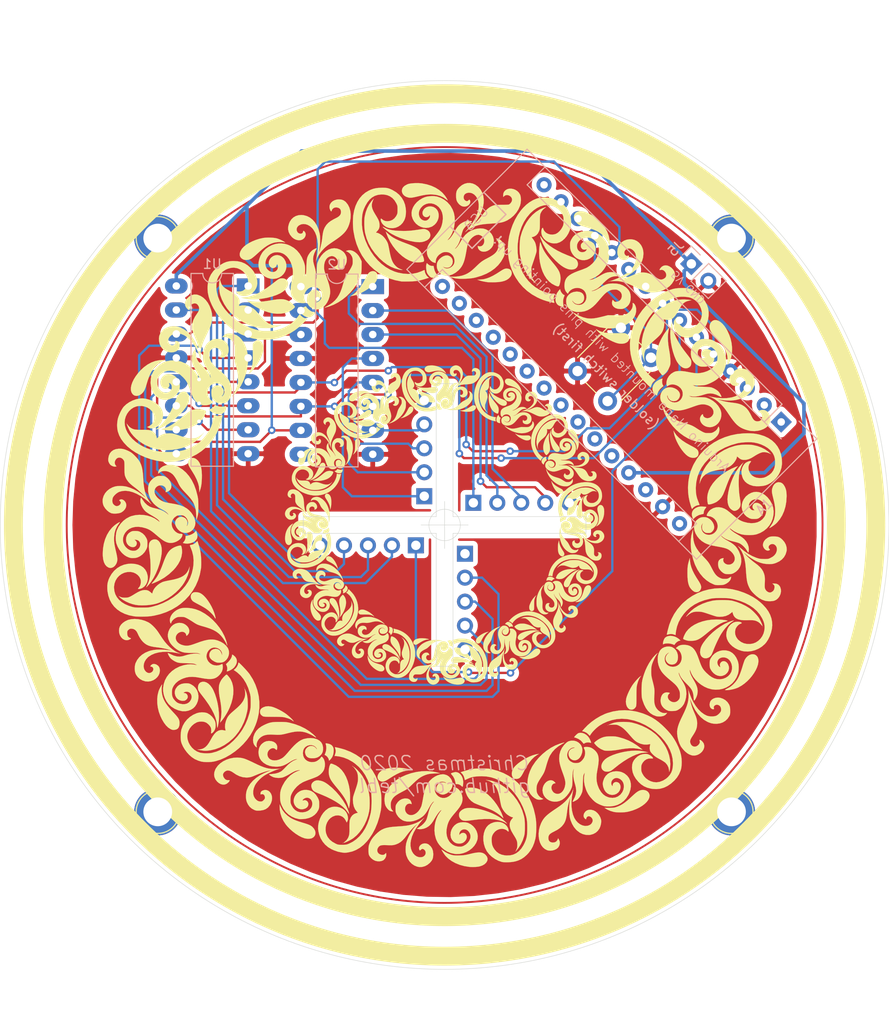
<source format=kicad_pcb>
(kicad_pcb (version 20171130) (host pcbnew "(5.1.5)-3")
  (layers (0 F.Cu signal) (31 B.Cu signal) (34 B.Paste user) (35 F.Paste user) (36 B.SilkS user) (37 F.SilkS user) (38 B.Mask user) (39 F.Mask user) (44 Edge.Cuts user))
  (net 0 "")
  (net 1 GND)
  (net 2 /SW_SEL)
  (net 3 +5V)
  (net 4 /SH_DATA)
  (net 5 /SH_CLOCK)
  (net 6 /STAR)
  (net 7 /SH_LATCH)
  (net 8 "Net-(J1-Pad5)")
  (net 9 "Net-(J1-Pad4)")
  (net 10 "Net-(J1-Pad3)")
  (net 11 "Net-(J1-Pad2)")
  (net 12 "Net-(J2-Pad4)")
  (net 13 "Net-(J2-Pad3)")
  (net 14 "Net-(J2-Pad2)")
  (net 15 "Net-(J2-Pad1)")
  (net 16 "Net-(J3-Pad2)")
  (net 17 "Net-(J3-Pad3)")
  (net 18 "Net-(J3-Pad4)")
  (net 19 "Net-(J3-Pad5)")
  (net 20 "Net-(J4-Pad4)")
  (net 21 "Net-(J4-Pad3)")
  (net 22 "Net-(J4-Pad2)")
  (net 23 "Net-(J4-Pad1)")
  (net 24 "Net-(U1-Pad9)")
  (module christmas:Arduino_Nano (layer F.Cu) (at 140.462 139.7635 225)
    (fp_text reference A1 (at 7.62 -5.08 45) (layer B.SilkS))
    (fp_text value Arduino_Nano)
    (fp_text user "(solder switch first)" (at 9.662756 16.559592 135) (layer B.SilkS) (effects (justify mirror)))
    (fp_text user USB (at 7.62 38.1 45) (layer B.SilkS) (effects (font (thickness 0.1)) (justify mirror)))
    (fp_text user "Arduino Nano mounted with pins pointing up!" (at 7.62 17.78 315) (layer B.SilkS) (effects (font (thickness 0.1)) (justify mirror)))
    (pad 1 thru_hole rect (at 0 0 225) (size 1.6 1.6) (drill 0.8) (layers *.Cu *.Mask))
    (pad 17 thru_hole oval (at 15.24 33.02 225) (size 1.6 1.6) (drill 0.8) (layers *.Cu *.Mask))
    (pad 2 thru_hole oval (at 0 2.54 225) (size 1.6 1.6) (drill 0.8) (layers *.Cu *.Mask))
    (pad 18 thru_hole oval (at 15.24 30.48 225) (size 1.6 1.6) (drill 0.8) (layers *.Cu *.Mask))
    (pad 3 thru_hole oval (at 0 5.08 225) (size 1.6 1.6) (drill 0.8) (layers *.Cu *.Mask))
    (pad 19 thru_hole oval (at 15.24 27.94 225) (size 1.6 1.6) (drill 0.8) (layers *.Cu *.Mask))
    (pad 4 thru_hole oval (at 0 7.62 225) (size 1.6 1.6) (drill 0.8) (layers *.Cu *.Mask) (net 1 GND))
    (pad 20 thru_hole oval (at 15.24 25.4 225) (size 1.6 1.6) (drill 0.8) (layers *.Cu *.Mask))
    (pad 5 thru_hole oval (at 0 10.16 225) (size 1.6 1.6) (drill 0.8) (layers *.Cu *.Mask) (net 7 /SH_LATCH))
    (pad 21 thru_hole oval (at 15.24 22.86 225) (size 1.6 1.6) (drill 0.8) (layers *.Cu *.Mask))
    (pad 6 thru_hole oval (at 0 12.7 225) (size 1.6 1.6) (drill 0.8) (layers *.Cu *.Mask) (net 6 /STAR))
    (pad 22 thru_hole oval (at 15.24 20.32 225) (size 1.6 1.6) (drill 0.8) (layers *.Cu *.Mask))
    (pad 7 thru_hole oval (at 0 15.24 225) (size 1.6 1.6) (drill 0.8) (layers *.Cu *.Mask) (net 5 /SH_CLOCK))
    (pad 23 thru_hole oval (at 15.24 17.78 225) (size 1.6 1.6) (drill 0.8) (layers *.Cu *.Mask))
    (pad 8 thru_hole oval (at 0 17.78 225) (size 1.6 1.6) (drill 0.8) (layers *.Cu *.Mask))
    (pad 24 thru_hole oval (at 15.24 15.24 225) (size 1.6 1.6) (drill 0.8) (layers *.Cu *.Mask))
    (pad 9 thru_hole oval (at 0 20.32 225) (size 1.6 1.6) (drill 0.8) (layers *.Cu *.Mask))
    (pad 25 thru_hole oval (at 15.24 12.7 225) (size 1.6 1.6) (drill 0.8) (layers *.Cu *.Mask))
    (pad 10 thru_hole oval (at 0 22.86 225) (size 1.6 1.6) (drill 0.8) (layers *.Cu *.Mask))
    (pad 26 thru_hole oval (at 15.24 10.16 225) (size 1.6 1.6) (drill 0.8) (layers *.Cu *.Mask))
    (pad 11 thru_hole oval (at 0 25.4 225) (size 1.6 1.6) (drill 0.8) (layers *.Cu *.Mask) (net 4 /SH_DATA))
    (pad 27 thru_hole oval (at 15.24 7.62 225) (size 1.6 1.6) (drill 0.8) (layers *.Cu *.Mask) (net 3 +5V))
    (pad 12 thru_hole oval (at 0 27.94 225) (size 1.6 1.6) (drill 0.8) (layers *.Cu *.Mask) (net 2 /SW_SEL))
    (pad 28 thru_hole oval (at 15.24 5.08 225) (size 1.6 1.6) (drill 0.8) (layers *.Cu *.Mask))
    (pad 13 thru_hole oval (at 0 30.48 225) (size 1.6 1.6) (drill 0.8) (layers *.Cu *.Mask))
    (pad 29 thru_hole oval (at 15.24 2.54 225) (size 1.6 1.6) (drill 0.8) (layers *.Cu *.Mask) (net 1 GND))
    (pad 14 thru_hole oval (at 0 33.02 225) (size 1.6 1.6) (drill 0.8) (layers *.Cu *.Mask))
    (pad 30 thru_hole oval (at 15.24 0 225) (size 1.6 1.6) (drill 0.8) (layers *.Cu *.Mask))
    (pad 15 thru_hole oval (at 0 35.56 225) (size 1.6 1.6) (drill 0.8) (layers *.Cu *.Mask))
    (pad 16 thru_hole oval (at 15.24 35.56 225) (size 1.6 1.6) (drill 0.8) (layers *.Cu *.Mask))
  )
  (module christmas:wreath2 (layer F.Cu) (at 104.775 150.6855)
    (fp_text reference G*** hide)
    (fp_text value LOGO hide)
  )
  (module christmas:wreath (layer F.Cu) (at 104.775 150.6855)
    (fp_text reference G*** hide)
    (fp_text value LOGO hide)
  )
  (module christmas:conn_base (layer F.Cu) (at 101.727 152.8445 270)
    (fp_text reference J1 hide)
    (fp_text value A_LEFT)
    (pad 5 thru_hole oval (at 0 10.16 270) (size 1.7 1.7) (drill 1) (layers *.Cu *.Mask) (net 8 "Net-(J1-Pad5)"))
    (pad 4 thru_hole oval (at 0 7.62 270) (size 1.7 1.7) (drill 1) (layers *.Cu *.Mask) (net 9 "Net-(J1-Pad4)"))
    (pad 3 thru_hole oval (at 0 5.08 270) (size 1.7 1.7) (drill 1) (layers *.Cu *.Mask) (net 10 "Net-(J1-Pad3)"))
    (pad 2 thru_hole oval (at 0 2.54 270) (size 1.7 1.7) (drill 1) (layers *.Cu *.Mask) (net 11 "Net-(J1-Pad2)"))
    (pad 1 thru_hole rect (at 0 0 270) (size 1.7 1.7) (drill 1) (layers *.Cu *.Mask) (net 6 /STAR))
  )
  (module christmas:conn_base (layer F.Cu) (at 107.823 148.336 90)
    (fp_text reference J2 hide)
    (fp_text value A_RIGHT)
    (pad 5 thru_hole oval (at 0 10.16 90) (size 1.7 1.7) (drill 1) (layers *.Cu *.Mask) (net 1 GND))
    (pad 4 thru_hole oval (at 0 7.62 90) (size 1.7 1.7) (drill 1) (layers *.Cu *.Mask) (net 12 "Net-(J2-Pad4)"))
    (pad 3 thru_hole oval (at 0 5.08 90) (size 1.7 1.7) (drill 1) (layers *.Cu *.Mask) (net 13 "Net-(J2-Pad3)"))
    (pad 2 thru_hole oval (at 0 2.54 90) (size 1.7 1.7) (drill 1) (layers *.Cu *.Mask) (net 14 "Net-(J2-Pad2)"))
    (pad 1 thru_hole rect (at 0 0 90) (size 1.7 1.7) (drill 1) (layers *.Cu *.Mask) (net 15 "Net-(J2-Pad1)"))
  )
  (module christmas:conn_base (layer F.Cu) (at 106.934 153.7335)
    (fp_text reference J3 hide)
    (fp_text value B_LEFT)
    (pad 1 thru_hole rect (at 0 0) (size 1.7 1.7) (drill 1) (layers *.Cu *.Mask))
    (pad 2 thru_hole oval (at 0 2.54) (size 1.7 1.7) (drill 1) (layers *.Cu *.Mask) (net 16 "Net-(J3-Pad2)"))
    (pad 3 thru_hole oval (at 0 5.08) (size 1.7 1.7) (drill 1) (layers *.Cu *.Mask) (net 17 "Net-(J3-Pad3)"))
    (pad 4 thru_hole oval (at 0 7.62) (size 1.7 1.7) (drill 1) (layers *.Cu *.Mask) (net 18 "Net-(J3-Pad4)"))
    (pad 5 thru_hole oval (at 0 10.16) (size 1.7 1.7) (drill 1) (layers *.Cu *.Mask) (net 19 "Net-(J3-Pad5)"))
  )
  (module christmas:conn_base (layer F.Cu) (at 102.616 147.6375 180)
    (fp_text reference J4 hide)
    (fp_text value B_RIGHT)
    (pad 5 thru_hole oval (at 0 10.16 180) (size 1.7 1.7) (drill 1) (layers *.Cu *.Mask) (net 1 GND))
    (pad 4 thru_hole oval (at 0 7.62 180) (size 1.7 1.7) (drill 1) (layers *.Cu *.Mask) (net 20 "Net-(J4-Pad4)"))
    (pad 3 thru_hole oval (at 0 5.08 180) (size 1.7 1.7) (drill 1) (layers *.Cu *.Mask) (net 21 "Net-(J4-Pad3)"))
    (pad 2 thru_hole oval (at 0 2.54 180) (size 1.7 1.7) (drill 1) (layers *.Cu *.Mask) (net 22 "Net-(J4-Pad2)"))
    (pad 1 thru_hole rect (at 0 0 180) (size 1.7 1.7) (drill 1) (layers *.Cu *.Mask) (net 23 "Net-(J4-Pad1)"))
  )
  (module Pin_Headers:Pin_Header_Straight_1x02_Pitch2.54mm (layer B.Cu) (at 130.937 122.9995 225)
    (fp_text reference J5 (at 0 2.33 45) (layer B.SilkS) (effects (justify mirror)))
    (fp_text value PWR_EXT)
    (pad 2 thru_hole oval (at 0 -2.54 225) (size 1.7 1.7) (drill 1) (layers *.Cu *.Mask) (net 1 GND))
    (pad 1 thru_hole rect (at 0 0 225) (size 1.7 1.7) (drill 1) (layers *.Cu *.Mask) (net 3 +5V))
  )
  (module Buttons_Switches_THT:SW_PUSH_6mm (layer F.Cu) (at 118.872 134.366 45)
    (fp_text reference SW1 hide)
    (fp_text value SELECT)
    (pad 1 thru_hole circle (at 6.5 0 135) (size 2 2) (drill 1.1) (layers *.Cu *.Mask) (net 1 GND))
    (pad 2 thru_hole circle (at 6.5 4.5 135) (size 2 2) (drill 1.1) (layers *.Cu *.Mask) (net 2 /SW_SEL))
    (pad 1 thru_hole circle (at 0 0 135) (size 2 2) (drill 1.1) (layers *.Cu *.Mask) (net 1 GND))
    (pad 2 thru_hole circle (at 0 4.5 135) (size 2 2) (drill 1.1) (layers *.Cu *.Mask) (net 2 /SW_SEL))
  )
  (module Housings_DIP:DIP-16_W7.62mm_LongPads (layer B.Cu) (at 83.947 125.349 180)
    (fp_text reference U1 (at 3.81 2.33) (layer B.SilkS) (effects (justify mirror)))
    (fp_text value 74HC595_L)
    (pad 16 thru_hole oval (at 7.62 0 180) (size 2.4 1.6) (drill 0.8) (layers *.Cu *.Mask) (net 3 +5V))
    (pad 8 thru_hole oval (at 0 -17.78 180) (size 2.4 1.6) (drill 0.8) (layers *.Cu *.Mask) (net 1 GND))
    (pad 15 thru_hole oval (at 7.62 -2.54 180) (size 2.4 1.6) (drill 0.8) (layers *.Cu *.Mask) (net 11 "Net-(J1-Pad2)"))
    (pad 7 thru_hole oval (at 0 -15.24 180) (size 2.4 1.6) (drill 0.8) (layers *.Cu *.Mask) (net 19 "Net-(J3-Pad5)"))
    (pad 14 thru_hole oval (at 7.62 -5.08 180) (size 2.4 1.6) (drill 0.8) (layers *.Cu *.Mask) (net 4 /SH_DATA))
    (pad 6 thru_hole oval (at 0 -12.7 180) (size 2.4 1.6) (drill 0.8) (layers *.Cu *.Mask) (net 18 "Net-(J3-Pad4)"))
    (pad 13 thru_hole oval (at 7.62 -7.62 180) (size 2.4 1.6) (drill 0.8) (layers *.Cu *.Mask) (net 1 GND))
    (pad 5 thru_hole oval (at 0 -10.16 180) (size 2.4 1.6) (drill 0.8) (layers *.Cu *.Mask) (net 17 "Net-(J3-Pad3)"))
    (pad 12 thru_hole oval (at 7.62 -10.16 180) (size 2.4 1.6) (drill 0.8) (layers *.Cu *.Mask) (net 7 /SH_LATCH))
    (pad 4 thru_hole oval (at 0 -7.62 180) (size 2.4 1.6) (drill 0.8) (layers *.Cu *.Mask) (net 16 "Net-(J3-Pad2)"))
    (pad 11 thru_hole oval (at 7.62 -12.7 180) (size 2.4 1.6) (drill 0.8) (layers *.Cu *.Mask) (net 5 /SH_CLOCK))
    (pad 3 thru_hole oval (at 0 -5.08 180) (size 2.4 1.6) (drill 0.8) (layers *.Cu *.Mask) (net 8 "Net-(J1-Pad5)"))
    (pad 10 thru_hole oval (at 7.62 -15.24 180) (size 2.4 1.6) (drill 0.8) (layers *.Cu *.Mask) (net 3 +5V))
    (pad 2 thru_hole oval (at 0 -2.54 180) (size 2.4 1.6) (drill 0.8) (layers *.Cu *.Mask) (net 9 "Net-(J1-Pad4)"))
    (pad 9 thru_hole oval (at 7.62 -17.78 180) (size 2.4 1.6) (drill 0.8) (layers *.Cu *.Mask) (net 24 "Net-(U1-Pad9)"))
    (pad 1 thru_hole rect (at 0 0 180) (size 2.4 1.6) (drill 0.8) (layers *.Cu *.Mask) (net 10 "Net-(J1-Pad3)"))
  )
  (module Housings_DIP:DIP-16_W7.62mm_LongPads (layer B.Cu) (at 97.155 125.4125 180)
    (fp_text reference U2 (at 3.81 2.33) (layer B.SilkS) (effects (justify mirror)))
    (fp_text value 74HC595_R)
    (pad 1 thru_hole rect (at 0 0 180) (size 2.4 1.6) (drill 0.8) (layers *.Cu *.Mask) (net 14 "Net-(J2-Pad2)"))
    (pad 9 thru_hole oval (at 7.62 -17.78 180) (size 2.4 1.6) (drill 0.8) (layers *.Cu *.Mask))
    (pad 2 thru_hole oval (at 0 -2.54 180) (size 2.4 1.6) (drill 0.8) (layers *.Cu *.Mask) (net 13 "Net-(J2-Pad3)"))
    (pad 10 thru_hole oval (at 7.62 -15.24 180) (size 2.4 1.6) (drill 0.8) (layers *.Cu *.Mask) (net 3 +5V))
    (pad 3 thru_hole oval (at 0 -5.08 180) (size 2.4 1.6) (drill 0.8) (layers *.Cu *.Mask) (net 12 "Net-(J2-Pad4)"))
    (pad 11 thru_hole oval (at 7.62 -12.7 180) (size 2.4 1.6) (drill 0.8) (layers *.Cu *.Mask) (net 5 /SH_CLOCK))
    (pad 4 thru_hole oval (at 0 -7.62 180) (size 2.4 1.6) (drill 0.8) (layers *.Cu *.Mask) (net 23 "Net-(J4-Pad1)"))
    (pad 12 thru_hole oval (at 7.62 -10.16 180) (size 2.4 1.6) (drill 0.8) (layers *.Cu *.Mask) (net 7 /SH_LATCH))
    (pad 5 thru_hole oval (at 0 -10.16 180) (size 2.4 1.6) (drill 0.8) (layers *.Cu *.Mask) (net 22 "Net-(J4-Pad2)"))
    (pad 13 thru_hole oval (at 7.62 -7.62 180) (size 2.4 1.6) (drill 0.8) (layers *.Cu *.Mask) (net 1 GND))
    (pad 6 thru_hole oval (at 0 -12.7 180) (size 2.4 1.6) (drill 0.8) (layers *.Cu *.Mask) (net 21 "Net-(J4-Pad3)"))
    (pad 14 thru_hole oval (at 7.62 -5.08 180) (size 2.4 1.6) (drill 0.8) (layers *.Cu *.Mask) (net 24 "Net-(U1-Pad9)"))
    (pad 7 thru_hole oval (at 0 -15.24 180) (size 2.4 1.6) (drill 0.8) (layers *.Cu *.Mask) (net 20 "Net-(J4-Pad4)"))
    (pad 15 thru_hole oval (at 7.62 -2.54 180) (size 2.4 1.6) (drill 0.8) (layers *.Cu *.Mask) (net 15 "Net-(J2-Pad1)"))
    (pad 8 thru_hole oval (at 0 -17.78 180) (size 2.4 1.6) (drill 0.8) (layers *.Cu *.Mask) (net 1 GND))
    (pad 16 thru_hole oval (at 7.62 0 180) (size 2.4 1.6) (drill 0.8) (layers *.Cu *.Mask) (net 3 +5V))
  )
  (module mounting:M3 (layer F.Cu) (at 135.1915 120.269)
    (fp_text reference M1 hide)
    (fp_text value Mounting hide)
    (pad 1 thru_hole circle (at 0 0) (size 5 5) (drill 3.048) (layers *.Cu *.Mask))
  )
  (module mounting:M3 (layer F.Cu) (at 74.3585 181.102)
    (fp_text reference M2 hide)
    (fp_text value Mounting hide)
    (pad 1 thru_hole circle (at 0 0) (size 5 5) (drill 3.048) (layers *.Cu *.Mask))
  )
  (module mounting:M3 (layer F.Cu) (at 74.3585 120.269)
    (fp_text reference M3 hide)
    (fp_text value Mounting hide)
    (pad 1 thru_hole circle (at 0 0) (size 5 5) (drill 3.048) (layers *.Cu *.Mask))
  )
  (module mounting:M3 (layer F.Cu) (at 135.1915 181.102)
    (fp_text reference M4 hide)
    (fp_text value Mounting hide)
    (pad 1 thru_hole circle (at 0 0) (size 5 5) (drill 3.048) (layers *.Cu *.Mask))
  )
  (gr_text "Christmas 2020\ngithub.com/tebl" (at 104.8258 177.1523) (layer B.SilkS) (effects (font (size 1.5 1.5) (thickness 0.15) italic) (justify mirror)))
  (gr_text GND (at 131.3561 126.1872 135) (layer B.SilkS) (effects (font (size 0.8 0.8) (thickness 0.1)) (justify mirror)))
  (gr_text 5V (at 129.5273 124.4092 135) (layer B.SilkS) (effects (font (size 0.8 0.8) (thickness 0.1)) (justify mirror)))
  (gr_circle (center 104.775 150.6855) (end 146.304 150.6855) (layer F.SilkS) (width 2))
  (gr_circle (center 104.775 150.6855) (end 150.495 150.6855) (layer F.SilkS) (width 2))
  (gr_circle (center 104.775 150.6855) (end 144.8435 150.6855) (layer F.Cu) (width 0.2))
  (gr_circle (center 104.775 150.6855) (end 57.658 150.6855) (layer Edge.Cuts) (width 0.05))
  (target plus (at 104.775 150.6855) (size 5) (width 0.05) (layer Edge.Cuts))
  (gr_line (start 105.664 165.6715) (end 103.886 165.6715) (layer Edge.Cuts) (width 0.05))
  (gr_line (start 105.664 151.5745) (end 105.664 165.6715) (layer Edge.Cuts) (width 0.05))
  (gr_line (start 103.886 151.5745) (end 103.886 165.6715) (layer Edge.Cuts) (width 0.05))
  (gr_line (start 103.886 149.7965) (end 89.789 149.7965) (layer Edge.Cuts) (width 0.05))
  (gr_line (start 103.886 135.6995) (end 105.664 135.6995) (layer Edge.Cuts) (width 0.05))
  (gr_line (start 103.886 149.7965) (end 103.886 135.6995) (layer Edge.Cuts) (width 0.05))
  (gr_line (start 105.664 149.7965) (end 105.664 135.6995) (layer Edge.Cuts) (width 0.05))
  (gr_line (start 105.664 149.7965) (end 119.761 149.7965) (layer Edge.Cuts) (width 0.05))
  (gr_line (start 105.664 151.5745) (end 119.761 151.5745) (layer Edge.Cuts) (width 0.05))
  (gr_line (start 119.761 151.5745) (end 119.761 149.7965) (layer Edge.Cuts) (width 0.05))
  (gr_line (start 89.789 151.5745) (end 103.886 151.5745) (layer Edge.Cuts) (width 0.05))
  (gr_line (start 89.789 149.7965) (end 89.789 151.5745) (layer Edge.Cuts) (width 0.05))
  (segment (start 123.05398 136.547981) (end 126.650175 132.951786) (width 0.25) (layer B.Cu) (net 2))
  (segment (start 122.053981 137.547981) (end 123.05398 136.547981) (width 0.25) (layer B.Cu) (net 2))
  (segment (start 126.650175 130.460175) (end 120.705437 124.515437) (width 0.25) (layer B.Cu) (net 2))
  (segment (start 126.650175 132.951786) (end 126.650175 130.460175) (width 0.25) (layer B.Cu) (net 2))
  (segment (start 120.705437 124.515437) (end 120.705437 120.006937) (width 0.25) (layer B.Cu) (net 2))
  (segment (start 130.175 123.7615) (end 130.937 122.9995) (width 0.381) (layer B.Cu) (net 3))
  (segment (start 138.693346 145.151654) (end 142.875 140.97) (width 0.381) (layer B.Cu) (net 3))
  (segment (start 130.175 125.095) (end 130.175 123.7615) (width 0.381) (layer B.Cu) (net 3))
  (segment (start 124.297539 145.151654) (end 138.693346 145.151654) (width 0.381) (layer B.Cu) (net 3))
  (segment (start 142.875 140.97) (end 142.875 137.795) (width 0.381) (layer B.Cu) (net 3))
  (segment (start 142.875 137.795) (end 130.175 125.095) (width 0.381) (layer B.Cu) (net 3))
  (segment (start 76.327 124.168) (end 76.327 125.349) (width 0.381) (layer B.Cu) (net 3))
  (segment (start 83.185 117.475) (end 76.327 124.168) (width 0.381) (layer B.Cu) (net 3))
  (segment (start 83.814452 116.834452) (end 83.814452 122.549452) (width 0.381) (layer B.Cu) (net 3))
  (segment (start 83.814452 116.834452) (end 83.185 117.475) (width 0.381) (layer B.Cu) (net 3))
  (segment (start 83.814452 122.549452) (end 84.455 123.19) (width 0.381) (layer B.Cu) (net 3))
  (segment (start 89.535 123.825) (end 89.535 125.4125) (width 0.381) (layer B.Cu) (net 3))
  (segment (start 88.9 123.19) (end 89.535 123.825) (width 0.381) (layer B.Cu) (net 3))
  (segment (start 84.455 123.19) (end 86.36 123.19) (width 0.381) (layer B.Cu) (net 3))
  (segment (start 86.36 123.19) (end 88.9 123.19) (width 0.381) (layer B.Cu) (net 3))
  (segment (start 76.5597 141.8717) (end 85.217 141.8717) (width 0.25) (layer F.Cu) (net 3))
  (segment (start 86.048901 141.039799) (end 86.4489 140.6398) (width 0.25) (layer F.Cu) (net 3))
  (segment (start 76.327 141.639) (end 76.5597 141.8717) (width 0.25) (layer F.Cu) (net 3))
  (segment (start 85.217 141.8717) (end 86.048901 141.039799) (width 0.25) (layer F.Cu) (net 3))
  (segment (start 76.327 140.589) (end 76.327 141.639) (width 0.25) (layer F.Cu) (net 3))
  (segment (start 86.4616 140.6525) (end 86.4489 140.6398) (width 0.25) (layer F.Cu) (net 3))
  (segment (start 89.535 140.6525) (end 86.4616 140.6525) (width 0.25) (layer F.Cu) (net 3))
  (segment (start 86.4489 123.2789) (end 86.4489 140.074115) (width 0.25) (layer B.Cu) (net 3))
  (segment (start 86.4489 140.074115) (end 86.4489 140.6398) (width 0.25) (layer B.Cu) (net 3))
  (via (at 86.4489 140.6398) (size 0.8) (drill 0.4) (layers F.Cu B.Cu) (net 3))
  (segment (start 86.36 123.19) (end 86.4489 123.2789) (width 0.25) (layer B.Cu) (net 3))
  (segment (start 89.612804 111.0361) (end 83.814452 116.834452) (width 0.381) (layer B.Cu) (net 3))
  (segment (start 118.9609 111.0361) (end 89.612804 111.0361) (width 0.381) (layer B.Cu) (net 3))
  (segment (start 130.937 122.9995) (end 130.335959 122.398459) (width 0.381) (layer B.Cu) (net 3))
  (segment (start 130.323259 122.398459) (end 118.9609 111.0361) (width 0.381) (layer B.Cu) (net 3))
  (segment (start 130.335959 122.398459) (end 130.323259 122.398459) (width 0.381) (layer B.Cu) (net 3))
  (segment (start 77.777 130.429) (end 78.9835 129.2225) (width 0.25) (layer F.Cu) (net 4))
  (segment (start 76.327 130.429) (end 77.777 130.429) (width 0.25) (layer F.Cu) (net 4))
  (segment (start 78.9835 129.2225) (end 90.8431 129.2225) (width 0.25) (layer F.Cu) (net 4))
  (via (at 91.313 126.7079) (size 0.8) (drill 0.4) (layers F.Cu B.Cu) (net 4))
  (segment (start 90.8431 129.2225) (end 91.313 128.7526) (width 0.25) (layer F.Cu) (net 4))
  (segment (start 91.313 128.7526) (end 91.313 126.7079) (width 0.25) (layer F.Cu) (net 4))
  (segment (start 91.313 112.9665) (end 91.313 126.7079) (width 0.25) (layer B.Cu) (net 4))
  (segment (start 123.3043 121.000176) (end 123.3043 119.0879) (width 0.25) (layer B.Cu) (net 4))
  (segment (start 123.3043 119.0879) (end 116.3701 112.1537) (width 0.25) (layer B.Cu) (net 4))
  (segment (start 122.501488 121.802988) (end 123.3043 121.000176) (width 0.25) (layer B.Cu) (net 4))
  (segment (start 116.3701 112.1537) (end 92.1258 112.1537) (width 0.25) (layer B.Cu) (net 4))
  (segment (start 92.1258 112.1537) (end 91.313 112.9665) (width 0.25) (layer B.Cu) (net 4))
  (segment (start 78.8286 138.52001) (end 79.4826 139.17401) (width 0.25) (layer F.Cu) (net 5))
  (segment (start 89.52349 139.17401) (end 89.535 139.1625) (width 0.25) (layer F.Cu) (net 5))
  (segment (start 76.327 138.049) (end 77.777 138.049) (width 0.25) (layer F.Cu) (net 5))
  (segment (start 78.24801 138.52001) (end 78.8286 138.52001) (width 0.25) (layer F.Cu) (net 5))
  (segment (start 89.535 139.1625) (end 89.535 138.1125) (width 0.25) (layer F.Cu) (net 5))
  (segment (start 79.4826 139.17401) (end 89.52349 139.17401) (width 0.25) (layer F.Cu) (net 5))
  (segment (start 77.777 138.049) (end 78.24801 138.52001) (width 0.25) (layer F.Cu) (net 5))
  (segment (start 129.685693 134.506395) (end 120.593188 143.5989) (width 0.25) (layer B.Cu) (net 5))
  (segment (start 129.685693 128.987193) (end 129.685693 134.506395) (width 0.25) (layer B.Cu) (net 5))
  (segment (start 120.593188 143.5989) (end 115.4049 143.5989) (width 0.25) (layer B.Cu) (net 5))
  (via (at 110.7694 143.5989) (size 0.8) (drill 0.4) (layers F.Cu B.Cu) (net 5))
  (segment (start 115.4049 143.5989) (end 110.7694 143.5989) (width 0.25) (layer B.Cu) (net 5))
  (via (at 106.3371 143.1163) (size 0.8) (drill 0.4) (layers F.Cu B.Cu) (net 5))
  (segment (start 106.8197 143.5989) (end 106.3371 143.1163) (width 0.25) (layer F.Cu) (net 5))
  (segment (start 110.7694 143.5989) (end 106.8197 143.5989) (width 0.25) (layer F.Cu) (net 5))
  (via (at 98.7679 136.8552) (size 0.8) (drill 0.4) (layers F.Cu B.Cu) (net 5))
  (via (at 93.1164 138.1125) (size 0.8) (drill 0.4) (layers F.Cu B.Cu) (net 5))
  (segment (start 98.7679 136.8552) (end 94.3737 136.8552) (width 0.25) (layer F.Cu) (net 5))
  (segment (start 94.3737 136.8552) (end 93.1164 138.1125) (width 0.25) (layer F.Cu) (net 5))
  (segment (start 92.550715 138.1125) (end 89.535 138.1125) (width 0.25) (layer B.Cu) (net 5))
  (segment (start 93.1164 138.1125) (end 92.550715 138.1125) (width 0.25) (layer B.Cu) (net 5))
  (segment (start 106.3371 143.1163) (end 106.3371 135.3439) (width 0.25) (layer B.Cu) (net 5))
  (segment (start 100.838 134.7851) (end 98.7679 136.8552) (width 0.25) (layer B.Cu) (net 5))
  (segment (start 105.7783 134.7851) (end 100.838 134.7851) (width 0.25) (layer B.Cu) (net 5))
  (segment (start 106.3371 135.3439) (end 105.7783 134.7851) (width 0.25) (layer B.Cu) (net 5))
  (segment (start 122.555 144.967092) (end 122.555 155.575) (width 0.25) (layer B.Cu) (net 6))
  (segment (start 122.555 155.575) (end 112.159999 165.970001) (width 0.25) (layer B.Cu) (net 6))
  (segment (start 112.159999 165.970001) (end 111.76 166.37) (width 0.25) (layer B.Cu) (net 6))
  (segment (start 131.481744 130.783244) (end 131.481744 136.040348) (width 0.25) (layer B.Cu) (net 6))
  (via (at 111.76 166.37) (size 0.8) (drill 0.4) (layers F.Cu B.Cu) (net 6))
  (segment (start 131.481744 136.040348) (end 122.555 144.967092) (width 0.25) (layer B.Cu) (net 6))
  (via (at 107.315 166.27999) (size 0.8) (drill 0.4) (layers F.Cu B.Cu) (net 6))
  (segment (start 101.727 164.522685) (end 103.484305 166.27999) (width 0.25) (layer B.Cu) (net 6))
  (segment (start 103.484305 166.27999) (end 106.749315 166.27999) (width 0.25) (layer B.Cu) (net 6))
  (segment (start 101.727 152.8445) (end 101.727 164.522685) (width 0.25) (layer B.Cu) (net 6))
  (segment (start 106.749315 166.27999) (end 107.315 166.27999) (width 0.25) (layer B.Cu) (net 6))
  (segment (start 111.76 166.37) (end 107.40501 166.37) (width 0.25) (layer F.Cu) (net 6))
  (segment (start 107.40501 166.37) (end 107.315 166.27999) (width 0.25) (layer F.Cu) (net 6))
  (segment (start 89.535 135.99901) (end 89.535 135.5725) (width 0.25) (layer F.Cu) (net 7))
  (segment (start 78.84901 136.63401) (end 88.9 136.63401) (width 0.25) (layer F.Cu) (net 7))
  (segment (start 88.9 136.63401) (end 89.535 135.99901) (width 0.25) (layer F.Cu) (net 7))
  (segment (start 76.327 135.509) (end 77.724 135.509) (width 0.25) (layer F.Cu) (net 7))
  (segment (start 77.724 135.509) (end 78.84901 136.63401) (width 0.25) (layer F.Cu) (net 7))
  (segment (start 133.277795 132.579295) (end 133.277795 129.607495) (width 0.25) (layer B.Cu) (net 7))
  (segment (start 129.145692 127.862192) (end 128.3462 128.661684) (width 0.25) (layer B.Cu) (net 7))
  (segment (start 133.277795 129.607495) (end 131.532492 127.862192) (width 0.25) (layer B.Cu) (net 7))
  (segment (start 131.532492 127.862192) (end 129.145692 127.862192) (width 0.25) (layer B.Cu) (net 7))
  (segment (start 128.3462 128.661684) (end 128.3462 134.3406) (width 0.25) (layer B.Cu) (net 7))
  (segment (start 119.903337 140.43455) (end 117.475587 142.8623) (width 0.25) (layer B.Cu) (net 7))
  (segment (start 128.3462 134.3406) (end 122.25225 140.43455) (width 0.25) (layer B.Cu) (net 7))
  (segment (start 122.25225 140.43455) (end 119.903337 140.43455) (width 0.25) (layer B.Cu) (net 7))
  (via (at 111.7219 142.8623) (size 0.8) (drill 0.4) (layers F.Cu B.Cu) (net 7))
  (segment (start 117.475587 142.8623) (end 111.7219 142.8623) (width 0.25) (layer B.Cu) (net 7))
  (segment (start 107.766881 142.8623) (end 107.06211 142.157529) (width 0.25) (layer F.Cu) (net 7))
  (via (at 107.06211 142.157529) (size 0.8) (drill 0.4) (layers F.Cu B.Cu) (net 7))
  (segment (start 111.7219 142.8623) (end 107.766881 142.8623) (width 0.25) (layer F.Cu) (net 7))
  (via (at 93.091 135.5852) (size 0.8) (drill 0.4) (layers F.Cu B.Cu) (net 7))
  (segment (start 89.535 135.5725) (end 93.0783 135.5725) (width 0.25) (layer B.Cu) (net 7))
  (segment (start 93.0783 135.5725) (end 93.091 135.5852) (width 0.25) (layer B.Cu) (net 7))
  (via (at 98.806 134.3279) (size 0.8) (drill 0.4) (layers F.Cu B.Cu) (net 7))
  (segment (start 93.091 135.5852) (end 94.3483 134.3279) (width 0.25) (layer F.Cu) (net 7))
  (segment (start 94.3483 134.3279) (end 98.806 134.3279) (width 0.25) (layer F.Cu) (net 7))
  (segment (start 107.06211 136.97061) (end 107.06211 142.157529) (width 0.25) (layer B.Cu) (net 7))
  (segment (start 107.06211 134.95131) (end 107.06211 136.97061) (width 0.25) (layer B.Cu) (net 7))
  (segment (start 106.0577 133.9469) (end 107.06211 134.95131) (width 0.25) (layer B.Cu) (net 7))
  (segment (start 98.806 134.3279) (end 99.187 133.9469) (width 0.25) (layer B.Cu) (net 7))
  (segment (start 99.187 133.9469) (end 106.0577 133.9469) (width 0.25) (layer B.Cu) (net 7))
  (segment (start 91.567 154.178) (end 91.567 152.8445) (width 0.25) (layer B.Cu) (net 8))
  (segment (start 82.497 130.429) (end 81.915 131.011) (width 0.25) (layer B.Cu) (net 8))
  (segment (start 90.805 154.94) (end 91.567 154.178) (width 0.25) (layer B.Cu) (net 8))
  (segment (start 83.947 130.429) (end 82.497 130.429) (width 0.25) (layer B.Cu) (net 8))
  (segment (start 89.535 154.94) (end 90.805 154.94) (width 0.25) (layer B.Cu) (net 8))
  (segment (start 81.915 131.011) (end 81.915 147.32) (width 0.25) (layer B.Cu) (net 8))
  (segment (start 81.915 147.32) (end 89.535 154.94) (width 0.25) (layer B.Cu) (net 8))
  (segment (start 94.107 154.813) (end 94.107 152.8445) (width 0.25) (layer B.Cu) (net 9))
  (segment (start 93.345 155.575) (end 94.107 154.813) (width 0.25) (layer B.Cu) (net 9))
  (segment (start 82.497 127.889) (end 81.28 129.106) (width 0.25) (layer B.Cu) (net 9))
  (segment (start 83.947 127.889) (end 82.497 127.889) (width 0.25) (layer B.Cu) (net 9))
  (segment (start 81.28 129.106) (end 81.28 147.955) (width 0.25) (layer B.Cu) (net 9))
  (segment (start 81.28 147.955) (end 88.9 155.575) (width 0.25) (layer B.Cu) (net 9))
  (segment (start 88.9 155.575) (end 93.345 155.575) (width 0.25) (layer B.Cu) (net 9))
  (segment (start 95.885 156.21) (end 96.647 155.448) (width 0.25) (layer B.Cu) (net 10))
  (segment (start 80.645 148.59) (end 88.265 156.21) (width 0.25) (layer B.Cu) (net 10))
  (segment (start 96.647 155.448) (end 96.647 152.8445) (width 0.25) (layer B.Cu) (net 10))
  (segment (start 81.026 125.349) (end 80.645 125.73) (width 0.25) (layer B.Cu) (net 10))
  (segment (start 83.947 125.349) (end 81.026 125.349) (width 0.25) (layer B.Cu) (net 10))
  (segment (start 80.645 125.73) (end 80.645 148.59) (width 0.25) (layer B.Cu) (net 10))
  (segment (start 88.265 156.21) (end 95.885 156.21) (width 0.25) (layer B.Cu) (net 10))
  (segment (start 99.187 154.046581) (end 99.187 152.8445) (width 0.25) (layer B.Cu) (net 11))
  (segment (start 79.629 127.889) (end 80.01 128.27) (width 0.25) (layer B.Cu) (net 11))
  (segment (start 76.327 127.889) (end 79.629 127.889) (width 0.25) (layer B.Cu) (net 11))
  (segment (start 80.01 128.27) (end 80.01 149.225) (width 0.25) (layer B.Cu) (net 11))
  (segment (start 96.388581 156.845) (end 99.187 154.046581) (width 0.25) (layer B.Cu) (net 11))
  (segment (start 80.01 149.225) (end 87.63 156.845) (width 0.25) (layer B.Cu) (net 11))
  (segment (start 87.63 156.845) (end 96.388581 156.845) (width 0.25) (layer B.Cu) (net 11))
  (segment (start 109.22 146.685) (end 108.585 146.05) (width 0.25) (layer F.Cu) (net 12))
  (segment (start 114.3635 146.685) (end 109.22 146.685) (width 0.25) (layer F.Cu) (net 12))
  (via (at 108.585 146.049992) (size 0.8) (drill 0.4) (layers F.Cu B.Cu) (net 12))
  (segment (start 108.585 146.05) (end 108.585 146.049992) (width 0.25) (layer F.Cu) (net 12))
  (segment (start 115.443 147.7645) (end 114.3635 146.685) (width 0.25) (layer F.Cu) (net 12))
  (segment (start 115.443 148.336) (end 115.443 147.7645) (width 0.25) (layer F.Cu) (net 12))
  (segment (start 108.585 133.0325) (end 108.585 145.484307) (width 0.25) (layer B.Cu) (net 12))
  (segment (start 97.155 130.4925) (end 106.045 130.4925) (width 0.25) (layer B.Cu) (net 12))
  (segment (start 108.585 145.484307) (end 108.585 146.049992) (width 0.25) (layer B.Cu) (net 12))
  (segment (start 106.045 130.4925) (end 108.585 133.0325) (width 0.25) (layer B.Cu) (net 12))
  (segment (start 109.855 144.7165) (end 112.903 147.7645) (width 0.25) (layer B.Cu) (net 13))
  (segment (start 109.855 132.6769) (end 109.855 144.7165) (width 0.25) (layer B.Cu) (net 13))
  (segment (start 97.155 127.9525) (end 105.1306 127.9525) (width 0.25) (layer B.Cu) (net 13))
  (segment (start 112.903 147.7645) (end 112.903 148.336) (width 0.25) (layer B.Cu) (net 13))
  (segment (start 105.1306 127.9525) (end 109.855 132.6769) (width 0.25) (layer B.Cu) (net 13))
  (segment (start 110.363 147.133919) (end 110.363 148.336) (width 0.25) (layer B.Cu) (net 14))
  (segment (start 110.363 146.55941) (end 110.363 147.133919) (width 0.25) (layer B.Cu) (net 14))
  (segment (start 109.22 132.8547) (end 109.22 145.41641) (width 0.25) (layer B.Cu) (net 14))
  (segment (start 109.22 145.41641) (end 110.363 146.55941) (width 0.25) (layer B.Cu) (net 14))
  (segment (start 105.73279 129.36749) (end 109.22 132.8547) (width 0.25) (layer B.Cu) (net 14))
  (segment (start 95.705 125.4125) (end 94.615 126.5025) (width 0.25) (layer B.Cu) (net 14))
  (segment (start 94.615 128.27) (end 95.71249 129.36749) (width 0.25) (layer B.Cu) (net 14))
  (segment (start 97.155 125.4125) (end 95.705 125.4125) (width 0.25) (layer B.Cu) (net 14))
  (segment (start 94.615 126.5025) (end 94.615 128.27) (width 0.25) (layer B.Cu) (net 14))
  (segment (start 95.71249 129.36749) (end 105.73279 129.36749) (width 0.25) (layer B.Cu) (net 14))
  (segment (start 90.985 127.9525) (end 89.535 127.9525) (width 0.25) (layer B.Cu) (net 15))
  (segment (start 92.075 129.0425) (end 90.985 127.9525) (width 0.25) (layer B.Cu) (net 15))
  (segment (start 107.823 133.1087) (end 106.62179 131.90749) (width 0.25) (layer B.Cu) (net 15))
  (segment (start 107.823 148.336) (end 107.823 133.1087) (width 0.25) (layer B.Cu) (net 15))
  (segment (start 92.075 131.445) (end 92.075 129.0425) (width 0.25) (layer B.Cu) (net 15))
  (segment (start 106.62179 131.90749) (end 92.53749 131.90749) (width 0.25) (layer B.Cu) (net 15))
  (segment (start 92.53749 131.90749) (end 92.075 131.445) (width 0.25) (layer B.Cu) (net 15))
  (via (at 78.74 132.08) (size 0.8) (drill 0.4) (layers F.Cu B.Cu) (net 16))
  (segment (start 83.947 132.969) (end 79.629 132.969) (width 0.25) (layer F.Cu) (net 16))
  (segment (start 79.629 132.969) (end 78.74 132.08) (width 0.25) (layer F.Cu) (net 16))
  (segment (start 110.49 168.275) (end 110.49 158.01975) (width 0.25) (layer B.Cu) (net 16))
  (segment (start 94.615 168.91) (end 109.855 168.91) (width 0.25) (layer B.Cu) (net 16))
  (segment (start 78.340001 131.680001) (end 73.424999 131.680001) (width 0.25) (layer B.Cu) (net 16))
  (segment (start 110.49 158.01975) (end 108.74375 156.2735) (width 0.25) (layer B.Cu) (net 16))
  (segment (start 78.74 132.08) (end 78.340001 131.680001) (width 0.25) (layer B.Cu) (net 16))
  (segment (start 109.855 168.91) (end 110.49 168.275) (width 0.25) (layer B.Cu) (net 16))
  (segment (start 73.424999 131.680001) (end 72.39 132.715) (width 0.25) (layer B.Cu) (net 16))
  (segment (start 72.39 132.715) (end 72.39 146.685) (width 0.25) (layer B.Cu) (net 16))
  (segment (start 108.74375 156.2735) (end 106.934 156.2735) (width 0.25) (layer B.Cu) (net 16))
  (segment (start 72.39 146.685) (end 94.615 168.91) (width 0.25) (layer B.Cu) (net 16))
  (segment (start 83.947 135.509) (end 78.994 135.509) (width 0.25) (layer F.Cu) (net 17))
  (segment (start 78.994 135.509) (end 78.74 135.255) (width 0.25) (layer F.Cu) (net 17))
  (via (at 78.74 135.255) (size 0.8) (drill 0.4) (layers F.Cu B.Cu) (net 17))
  (segment (start 109.855 160.655) (end 108.0135 158.8135) (width 0.25) (layer B.Cu) (net 17))
  (segment (start 109.855 167.64) (end 109.855 160.655) (width 0.25) (layer B.Cu) (net 17))
  (segment (start 95.25 168.275) (end 109.22 168.275) (width 0.25) (layer B.Cu) (net 17))
  (segment (start 77.86899 134.38399) (end 73.89601 134.38399) (width 0.25) (layer B.Cu) (net 17))
  (segment (start 109.22 168.275) (end 109.855 167.64) (width 0.25) (layer B.Cu) (net 17))
  (segment (start 78.74 135.255) (end 77.86899 134.38399) (width 0.25) (layer B.Cu) (net 17))
  (segment (start 108.0135 158.8135) (end 106.934 158.8135) (width 0.25) (layer B.Cu) (net 17))
  (segment (start 73.025 146.05) (end 95.25 168.275) (width 0.25) (layer B.Cu) (net 17))
  (segment (start 73.89601 134.38399) (end 73.025 135.255) (width 0.25) (layer B.Cu) (net 17))
  (segment (start 73.025 135.255) (end 73.025 146.05) (width 0.25) (layer B.Cu) (net 17))
  (segment (start 83.947 138.049) (end 78.993992 138.049) (width 0.25) (layer F.Cu) (net 18))
  (segment (start 78.993992 138.049) (end 78.74 137.795008) (width 0.25) (layer F.Cu) (net 18))
  (via (at 78.74 137.795008) (size 0.8) (drill 0.4) (layers F.Cu B.Cu) (net 18))
  (segment (start 78.340001 137.395009) (end 78.74 137.795008) (width 0.25) (layer B.Cu) (net 18))
  (segment (start 73.66 137.16) (end 74.060019 136.759981) (width 0.25) (layer B.Cu) (net 18))
  (segment (start 73.66 145.415) (end 73.66 137.16) (width 0.25) (layer B.Cu) (net 18))
  (segment (start 77.704973 136.759981) (end 78.340001 137.395009) (width 0.25) (layer B.Cu) (net 18))
  (segment (start 109.22 163.6395) (end 109.22 167.005) (width 0.25) (layer B.Cu) (net 18))
  (segment (start 74.060019 136.759981) (end 77.704973 136.759981) (width 0.25) (layer B.Cu) (net 18))
  (segment (start 106.934 161.3535) (end 109.22 163.6395) (width 0.25) (layer B.Cu) (net 18))
  (segment (start 109.22 167.005) (end 108.585 167.64) (width 0.25) (layer B.Cu) (net 18))
  (segment (start 108.585 167.64) (end 95.885 167.64) (width 0.25) (layer B.Cu) (net 18))
  (segment (start 95.885 167.64) (end 73.66 145.415) (width 0.25) (layer B.Cu) (net 18))
  (via (at 78.74 139.7) (size 0.8) (drill 0.4) (layers F.Cu B.Cu) (net 19))
  (segment (start 83.947 140.589) (end 79.629 140.589) (width 0.25) (layer F.Cu) (net 19))
  (segment (start 79.629 140.589) (end 78.74 139.7) (width 0.25) (layer F.Cu) (net 19))
  (segment (start 108.458 166.497) (end 108.458 164.465) (width 0.25) (layer B.Cu) (net 19))
  (segment (start 107.95 167.005) (end 108.458 166.497) (width 0.25) (layer B.Cu) (net 19))
  (segment (start 107.8865 163.8935) (end 106.934 163.8935) (width 0.25) (layer B.Cu) (net 19))
  (segment (start 96.52 167.005) (end 107.95 167.005) (width 0.25) (layer B.Cu) (net 19))
  (segment (start 78.340001 139.300001) (end 74.694999 139.300001) (width 0.25) (layer B.Cu) (net 19))
  (segment (start 74.694999 139.300001) (end 74.295 139.7) (width 0.25) (layer B.Cu) (net 19))
  (segment (start 108.458 164.465) (end 107.8865 163.8935) (width 0.25) (layer B.Cu) (net 19))
  (segment (start 74.295 139.7) (end 74.295 144.78) (width 0.25) (layer B.Cu) (net 19))
  (segment (start 78.74 139.7) (end 78.340001 139.300001) (width 0.25) (layer B.Cu) (net 19))
  (segment (start 74.295 144.78) (end 96.52 167.005) (width 0.25) (layer B.Cu) (net 19))
  (segment (start 101.981 140.6525) (end 102.616 140.0175) (width 0.25) (layer B.Cu) (net 20))
  (segment (start 97.155 140.6525) (end 101.981 140.6525) (width 0.25) (layer B.Cu) (net 20))
  (segment (start 101.413919 142.5575) (end 102.616 142.5575) (width 0.25) (layer B.Cu) (net 21))
  (segment (start 100.923909 142.06749) (end 101.413919 142.5575) (width 0.25) (layer B.Cu) (net 21))
  (segment (start 95.705 138.1125) (end 95.25 138.5675) (width 0.25) (layer B.Cu) (net 21))
  (segment (start 95.25 141.605) (end 95.71249 142.06749) (width 0.25) (layer B.Cu) (net 21))
  (segment (start 97.155 138.1125) (end 95.705 138.1125) (width 0.25) (layer B.Cu) (net 21))
  (segment (start 95.25 138.5675) (end 95.25 141.605) (width 0.25) (layer B.Cu) (net 21))
  (segment (start 95.71249 142.06749) (end 100.923909 142.06749) (width 0.25) (layer B.Cu) (net 21))
  (segment (start 94.615 136.525) (end 95.5675 135.5725) (width 0.25) (layer B.Cu) (net 22))
  (segment (start 94.615 144.145) (end 94.615 136.525) (width 0.25) (layer B.Cu) (net 22))
  (segment (start 102.616 145.0975) (end 95.5675 145.0975) (width 0.25) (layer B.Cu) (net 22))
  (segment (start 95.5675 135.5725) (end 97.155 135.5725) (width 0.25) (layer B.Cu) (net 22))
  (segment (start 95.5675 145.0975) (end 94.615 144.145) (width 0.25) (layer B.Cu) (net 22))
  (segment (start 93.98 133.985) (end 94.9325 133.0325) (width 0.25) (layer B.Cu) (net 23))
  (segment (start 93.98 146.685) (end 93.98 133.985) (width 0.25) (layer B.Cu) (net 23))
  (segment (start 102.616 147.6375) (end 94.9325 147.6375) (width 0.25) (layer B.Cu) (net 23))
  (segment (start 94.9325 133.0325) (end 97.155 133.0325) (width 0.25) (layer B.Cu) (net 23))
  (segment (start 94.9325 147.6375) (end 93.98 146.685) (width 0.25) (layer B.Cu) (net 23))
  (segment (start 74.295 142.547) (end 74.877 143.129) (width 0.25) (layer F.Cu) (net 24))
  (segment (start 74.82099 134.09401) (end 74.295 134.62) (width 0.25) (layer F.Cu) (net 24))
  (segment (start 74.877 143.129) (end 76.327 143.129) (width 0.25) (layer F.Cu) (net 24))
  (segment (start 85.725 133.35) (end 84.98099 134.09401) (width 0.25) (layer F.Cu) (net 24))
  (segment (start 86.0425 130.4925) (end 85.725 130.81) (width 0.25) (layer F.Cu) (net 24))
  (segment (start 89.535 130.4925) (end 86.0425 130.4925) (width 0.25) (layer F.Cu) (net 24))
  (segment (start 74.295 134.62) (end 74.295 142.547) (width 0.25) (layer F.Cu) (net 24))
  (segment (start 85.725 130.81) (end 85.725 133.35) (width 0.25) (layer F.Cu) (net 24))
  (segment (start 84.98099 134.09401) (end 74.82099 134.09401) (width 0.25) (layer F.Cu) (net 24))
  (zone (net 1) (net_name GND) (layer F.Cu) (connect_pads (clearance 0.508)) (min_thickness 0.254) (fill yes (arc_segments 32) (thermal_gap 0.508) (thermal_bridge_width 0.508))
    (polygon (pts (xy 146.685 203.608288) (xy 60.96 203.608288) (xy 60.96 95.023288) (xy 146.685 95.023288)))
  )
)
</source>
